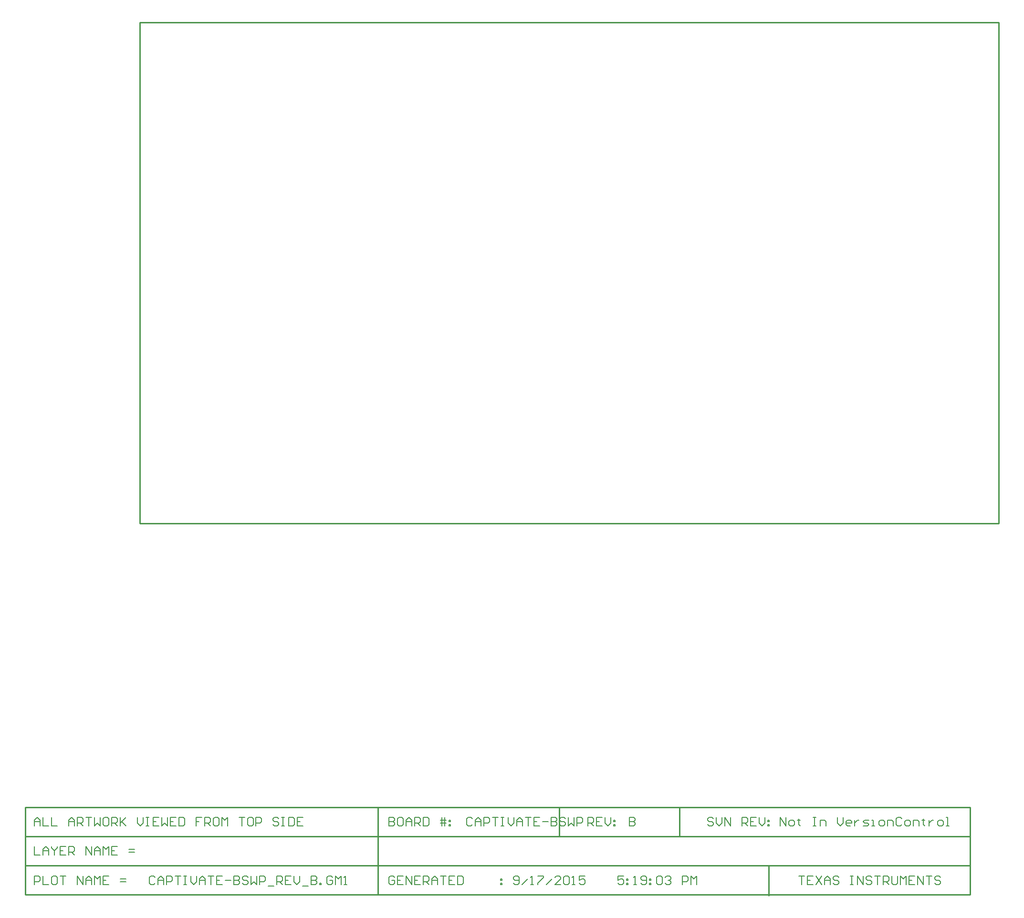
<source format=gm1>
%FSAX25Y25*%
%MOIN*%
G70*
G01*
G75*
G04 Layer_Color=7963671*
%ADD10C,0.00787*%
%ADD11C,0.03937*%
%ADD12C,0.00591*%
%ADD13C,0.00600*%
%ADD14C,0.00800*%
%ADD15C,0.01600*%
%ADD16C,0.01000*%
%ADD17C,0.06496*%
%ADD18R,0.06496X0.06496*%
%ADD19C,0.18110*%
%ADD20C,0.04000*%
%ADD21C,0.02500*%
%ADD22C,0.07874*%
%ADD23C,0.07096*%
%ADD24R,0.07096X0.07096*%
%ADD25C,0.18710*%
%ADD26C,0.00700*%
G54D14*
X0580500Y0052965D02*
X0584499D01*
X0582499D01*
Y0046966D01*
X0590497Y0052965D02*
X0586498D01*
Y0046966D01*
X0590497D01*
X0586498Y0049966D02*
X0588497D01*
X0592496Y0052965D02*
X0596495Y0046966D01*
Y0052965D02*
X0592496Y0046966D01*
X0598494D02*
Y0050965D01*
X0600493Y0052965D01*
X0602493Y0050965D01*
Y0046966D01*
Y0049966D01*
X0598494D01*
X0608491Y0051965D02*
X0607491Y0052965D01*
X0605492D01*
X0604492Y0051965D01*
Y0050965D01*
X0605492Y0049966D01*
X0607491D01*
X0608491Y0048966D01*
Y0047966D01*
X0607491Y0046966D01*
X0605492D01*
X0604492Y0047966D01*
X0616488Y0052965D02*
X0618488D01*
X0617488D01*
Y0046966D01*
X0616488D01*
X0618488D01*
X0621487D02*
Y0052965D01*
X0625486Y0046966D01*
Y0052965D01*
X0631484Y0051965D02*
X0630484Y0052965D01*
X0628484D01*
X0627485Y0051965D01*
Y0050965D01*
X0628484Y0049966D01*
X0630484D01*
X0631484Y0048966D01*
Y0047966D01*
X0630484Y0046966D01*
X0628484D01*
X0627485Y0047966D01*
X0633483Y0052965D02*
X0637482D01*
X0635482D01*
Y0046966D01*
X0639481D02*
Y0052965D01*
X0642480D01*
X0643480Y0051965D01*
Y0049966D01*
X0642480Y0048966D01*
X0639481D01*
X0641480D02*
X0643480Y0046966D01*
X0645479Y0052965D02*
Y0047966D01*
X0646479Y0046966D01*
X0648478D01*
X0649478Y0047966D01*
Y0052965D01*
X0651477Y0046966D02*
Y0052965D01*
X0653476Y0050965D01*
X0655476Y0052965D01*
Y0046966D01*
X0661474Y0052965D02*
X0657475D01*
Y0046966D01*
X0661474D01*
X0657475Y0049966D02*
X0659474D01*
X0663473Y0046966D02*
Y0052965D01*
X0667472Y0046966D01*
Y0052965D01*
X0669471D02*
X0673470D01*
X0671471D01*
Y0046966D01*
X0679468Y0051965D02*
X0678468Y0052965D01*
X0676469D01*
X0675469Y0051965D01*
Y0050965D01*
X0676469Y0049966D01*
X0678468D01*
X0679468Y0048966D01*
Y0047966D01*
X0678468Y0046966D01*
X0676469D01*
X0675469Y0047966D01*
X0458049Y0052965D02*
X0454050D01*
Y0049966D01*
X0456049Y0050965D01*
X0457049D01*
X0458049Y0049966D01*
Y0047966D01*
X0457049Y0046966D01*
X0455050D01*
X0454050Y0047966D01*
X0460048Y0050965D02*
X0461048D01*
Y0049966D01*
X0460048D01*
Y0050965D01*
Y0047966D02*
X0461048D01*
Y0046966D01*
X0460048D01*
Y0047966D01*
X0465046Y0046966D02*
X0467046D01*
X0466046D01*
Y0052965D01*
X0465046Y0051965D01*
X0470045Y0047966D02*
X0471044Y0046966D01*
X0473044D01*
X0474044Y0047966D01*
Y0051965D01*
X0473044Y0052965D01*
X0471044D01*
X0470045Y0051965D01*
Y0050965D01*
X0471044Y0049966D01*
X0474044D01*
X0476043Y0050965D02*
X0477043D01*
Y0049966D01*
X0476043D01*
Y0050965D01*
Y0047966D02*
X0477043D01*
Y0046966D01*
X0476043D01*
Y0047966D01*
X0481041Y0051965D02*
X0482041Y0052965D01*
X0484040D01*
X0485040Y0051965D01*
Y0047966D01*
X0484040Y0046966D01*
X0482041D01*
X0481041Y0047966D01*
Y0051965D01*
X0487039D02*
X0488039Y0052965D01*
X0490038D01*
X0491038Y0051965D01*
Y0050965D01*
X0490038Y0049966D01*
X0489039D01*
X0490038D01*
X0491038Y0048966D01*
Y0047966D01*
X0490038Y0046966D01*
X0488039D01*
X0487039Y0047966D01*
X0499035Y0046966D02*
Y0052965D01*
X0502035D01*
X0503034Y0051965D01*
Y0049966D01*
X0502035Y0048966D01*
X0499035D01*
X0505033Y0046966D02*
Y0052965D01*
X0507033Y0050965D01*
X0509032Y0052965D01*
Y0046966D01*
X0046350D02*
Y0052965D01*
X0049349D01*
X0050349Y0051965D01*
Y0049966D01*
X0049349Y0048966D01*
X0046350D01*
X0052348Y0052965D02*
Y0046966D01*
X0056347D01*
X0061345Y0052965D02*
X0059346D01*
X0058346Y0051965D01*
Y0047966D01*
X0059346Y0046966D01*
X0061345D01*
X0062345Y0047966D01*
Y0051965D01*
X0061345Y0052965D01*
X0064344D02*
X0068343D01*
X0066343D01*
Y0046966D01*
X0076340D02*
Y0052965D01*
X0080339Y0046966D01*
Y0052965D01*
X0082338Y0046966D02*
Y0050965D01*
X0084338Y0052965D01*
X0086337Y0050965D01*
Y0046966D01*
Y0049966D01*
X0082338D01*
X0088336Y0046966D02*
Y0052965D01*
X0090336Y0050965D01*
X0092335Y0052965D01*
Y0046966D01*
X0098333Y0052965D02*
X0094335D01*
Y0046966D01*
X0098333D01*
X0094335Y0049966D02*
X0096334D01*
X0106331Y0048966D02*
X0110329D01*
X0106331Y0050965D02*
X0110329D01*
X0046350Y0073549D02*
Y0067551D01*
X0050349D01*
X0052348D02*
Y0071549D01*
X0054347Y0073549D01*
X0056347Y0071549D01*
Y0067551D01*
Y0070550D01*
X0052348D01*
X0058346Y0073549D02*
Y0072549D01*
X0060346Y0070550D01*
X0062345Y0072549D01*
Y0073549D01*
X0060346Y0070550D02*
Y0067551D01*
X0068343Y0073549D02*
X0064344D01*
Y0067551D01*
X0068343D01*
X0064344Y0070550D02*
X0066343D01*
X0070342Y0067551D02*
Y0073549D01*
X0073341D01*
X0074341Y0072549D01*
Y0070550D01*
X0073341Y0069550D01*
X0070342D01*
X0072342D02*
X0074341Y0067551D01*
X0082338D02*
Y0073549D01*
X0086337Y0067551D01*
Y0073549D01*
X0088336Y0067551D02*
Y0071549D01*
X0090336Y0073549D01*
X0092335Y0071549D01*
Y0067551D01*
Y0070550D01*
X0088336D01*
X0094335Y0067551D02*
Y0073549D01*
X0096334Y0071549D01*
X0098333Y0073549D01*
Y0067551D01*
X0104331Y0073549D02*
X0100332D01*
Y0067551D01*
X0104331D01*
X0100332Y0070550D02*
X0102332D01*
X0112329Y0069550D02*
X0116327D01*
X0112329Y0071549D02*
X0116327D01*
X0294000Y0093831D02*
Y0087833D01*
X0296999D01*
X0297999Y0088833D01*
Y0089833D01*
X0296999Y0090832D01*
X0294000D01*
X0296999D01*
X0297999Y0091832D01*
Y0092832D01*
X0296999Y0093831D01*
X0294000D01*
X0302997D02*
X0300998D01*
X0299998Y0092832D01*
Y0088833D01*
X0300998Y0087833D01*
X0302997D01*
X0303997Y0088833D01*
Y0092832D01*
X0302997Y0093831D01*
X0305996Y0087833D02*
Y0091832D01*
X0307996Y0093831D01*
X0309995Y0091832D01*
Y0087833D01*
Y0090832D01*
X0305996D01*
X0311994Y0087833D02*
Y0093831D01*
X0314993D01*
X0315993Y0092832D01*
Y0090832D01*
X0314993Y0089833D01*
X0311994D01*
X0313994D02*
X0315993Y0087833D01*
X0317992Y0093831D02*
Y0087833D01*
X0320991D01*
X0321991Y0088833D01*
Y0092832D01*
X0320991Y0093831D01*
X0317992D01*
X0330988Y0087833D02*
Y0093831D01*
X0332987D02*
Y0087833D01*
X0329988Y0091832D02*
X0332987D01*
X0333987D01*
X0329988Y0089833D02*
X0333987D01*
X0335986Y0091832D02*
X0336986D01*
Y0090832D01*
X0335986D01*
Y0091832D01*
Y0088833D02*
X0336986D01*
Y0087833D01*
X0335986D01*
Y0088833D01*
X0352549Y0092832D02*
X0351549Y0093831D01*
X0349550D01*
X0348550Y0092832D01*
Y0088833D01*
X0349550Y0087833D01*
X0351549D01*
X0352549Y0088833D01*
X0354548Y0087833D02*
Y0091832D01*
X0356547Y0093831D01*
X0358547Y0091832D01*
Y0087833D01*
Y0090832D01*
X0354548D01*
X0360546Y0087833D02*
Y0093831D01*
X0363545D01*
X0364545Y0092832D01*
Y0090832D01*
X0363545Y0089833D01*
X0360546D01*
X0366544Y0093831D02*
X0370543D01*
X0368544D01*
Y0087833D01*
X0372542Y0093831D02*
X0374542D01*
X0373542D01*
Y0087833D01*
X0372542D01*
X0374542D01*
X0377541Y0093831D02*
Y0089833D01*
X0379540Y0087833D01*
X0381539Y0089833D01*
Y0093831D01*
X0383539Y0087833D02*
Y0091832D01*
X0385538Y0093831D01*
X0387537Y0091832D01*
Y0087833D01*
Y0090832D01*
X0383539D01*
X0389537Y0093831D02*
X0393535D01*
X0391536D01*
Y0087833D01*
X0399534Y0093831D02*
X0395535D01*
Y0087833D01*
X0399534D01*
X0395535Y0090832D02*
X0397534D01*
X0401533D02*
X0405532D01*
X0407531Y0093831D02*
Y0087833D01*
X0410530D01*
X0411530Y0088833D01*
Y0089833D01*
X0410530Y0090832D01*
X0407531D01*
X0410530D01*
X0411530Y0091832D01*
Y0092832D01*
X0410530Y0093831D01*
X0407531D01*
X0417528Y0092832D02*
X0416528Y0093831D01*
X0414529D01*
X0413529Y0092832D01*
Y0091832D01*
X0414529Y0090832D01*
X0416528D01*
X0417528Y0089833D01*
Y0088833D01*
X0416528Y0087833D01*
X0414529D01*
X0413529Y0088833D01*
X0419527Y0093831D02*
Y0087833D01*
X0421526Y0089833D01*
X0423526Y0087833D01*
Y0093831D01*
X0425525Y0087833D02*
Y0093831D01*
X0428524D01*
X0429524Y0092832D01*
Y0090832D01*
X0428524Y0089833D01*
X0425525D01*
X0462150Y0093831D02*
Y0087833D01*
X0465149D01*
X0466149Y0088833D01*
Y0089833D01*
X0465149Y0090832D01*
X0462150D01*
X0465149D01*
X0466149Y0091832D01*
Y0092832D01*
X0465149Y0093831D01*
X0462150D01*
X0046350Y0087833D02*
Y0091832D01*
X0048349Y0093831D01*
X0050349Y0091832D01*
Y0087833D01*
Y0090832D01*
X0046350D01*
X0052348Y0093831D02*
Y0087833D01*
X0056347D01*
X0058346Y0093831D02*
Y0087833D01*
X0062345D01*
X0070342D02*
Y0091832D01*
X0072342Y0093831D01*
X0074341Y0091832D01*
Y0087833D01*
Y0090832D01*
X0070342D01*
X0076340Y0087833D02*
Y0093831D01*
X0079339D01*
X0080339Y0092832D01*
Y0090832D01*
X0079339Y0089833D01*
X0076340D01*
X0078340D02*
X0080339Y0087833D01*
X0082338Y0093831D02*
X0086337D01*
X0084338D01*
Y0087833D01*
X0088336Y0093831D02*
Y0087833D01*
X0090336Y0089833D01*
X0092335Y0087833D01*
Y0093831D01*
X0097334D02*
X0095334D01*
X0094335Y0092832D01*
Y0088833D01*
X0095334Y0087833D01*
X0097334D01*
X0098333Y0088833D01*
Y0092832D01*
X0097334Y0093831D01*
X0100332Y0087833D02*
Y0093831D01*
X0103332D01*
X0104331Y0092832D01*
Y0090832D01*
X0103332Y0089833D01*
X0100332D01*
X0102332D02*
X0104331Y0087833D01*
X0106331Y0093831D02*
Y0087833D01*
Y0089833D01*
X0110329Y0093831D01*
X0107330Y0090832D01*
X0110329Y0087833D01*
X0118327Y0093831D02*
Y0089833D01*
X0120326Y0087833D01*
X0122325Y0089833D01*
Y0093831D01*
X0124325D02*
X0126324D01*
X0125324D01*
Y0087833D01*
X0124325D01*
X0126324D01*
X0133322Y0093831D02*
X0129323D01*
Y0087833D01*
X0133322D01*
X0129323Y0090832D02*
X0131323D01*
X0135321Y0093831D02*
Y0087833D01*
X0137321Y0089833D01*
X0139320Y0087833D01*
Y0093831D01*
X0145318D02*
X0141319D01*
Y0087833D01*
X0145318D01*
X0141319Y0090832D02*
X0143319D01*
X0147317Y0093831D02*
Y0087833D01*
X0150316D01*
X0151316Y0088833D01*
Y0092832D01*
X0150316Y0093831D01*
X0147317D01*
X0163312D02*
X0159313D01*
Y0090832D01*
X0161313D01*
X0159313D01*
Y0087833D01*
X0165312D02*
Y0093831D01*
X0168310D01*
X0169310Y0092832D01*
Y0090832D01*
X0168310Y0089833D01*
X0165312D01*
X0167311D02*
X0169310Y0087833D01*
X0174309Y0093831D02*
X0172309D01*
X0171310Y0092832D01*
Y0088833D01*
X0172309Y0087833D01*
X0174309D01*
X0175308Y0088833D01*
Y0092832D01*
X0174309Y0093831D01*
X0177308Y0087833D02*
Y0093831D01*
X0179307Y0091832D01*
X0181306Y0093831D01*
Y0087833D01*
X0189304Y0093831D02*
X0193303D01*
X0191303D01*
Y0087833D01*
X0198301Y0093831D02*
X0196301D01*
X0195302Y0092832D01*
Y0088833D01*
X0196301Y0087833D01*
X0198301D01*
X0199301Y0088833D01*
Y0092832D01*
X0198301Y0093831D01*
X0201300Y0087833D02*
Y0093831D01*
X0204299D01*
X0205299Y0092832D01*
Y0090832D01*
X0204299Y0089833D01*
X0201300D01*
X0217295Y0092832D02*
X0216295Y0093831D01*
X0214296D01*
X0213296Y0092832D01*
Y0091832D01*
X0214296Y0090832D01*
X0216295D01*
X0217295Y0089833D01*
Y0088833D01*
X0216295Y0087833D01*
X0214296D01*
X0213296Y0088833D01*
X0219294Y0093831D02*
X0221293D01*
X0220294D01*
Y0087833D01*
X0219294D01*
X0221293D01*
X0224292Y0093831D02*
Y0087833D01*
X0227291D01*
X0228291Y0088833D01*
Y0092832D01*
X0227291Y0093831D01*
X0224292D01*
X0234289D02*
X0230291D01*
Y0087833D01*
X0234289D01*
X0230291Y0090832D02*
X0232290D01*
X0298199Y0051965D02*
X0297199Y0052965D01*
X0295200D01*
X0294200Y0051965D01*
Y0047966D01*
X0295200Y0046966D01*
X0297199D01*
X0298199Y0047966D01*
Y0049966D01*
X0296199D01*
X0304197Y0052965D02*
X0300198D01*
Y0046966D01*
X0304197D01*
X0300198Y0049966D02*
X0302197D01*
X0306196Y0046966D02*
Y0052965D01*
X0310195Y0046966D01*
Y0052965D01*
X0316193D02*
X0312194D01*
Y0046966D01*
X0316193D01*
X0312194Y0049966D02*
X0314194D01*
X0318192Y0046966D02*
Y0052965D01*
X0321191D01*
X0322191Y0051965D01*
Y0049966D01*
X0321191Y0048966D01*
X0318192D01*
X0320192D02*
X0322191Y0046966D01*
X0324190D02*
Y0050965D01*
X0326190Y0052965D01*
X0328189Y0050965D01*
Y0046966D01*
Y0049966D01*
X0324190D01*
X0330188Y0052965D02*
X0334187D01*
X0332188D01*
Y0046966D01*
X0340185Y0052965D02*
X0336186D01*
Y0046966D01*
X0340185D01*
X0336186Y0049966D02*
X0338186D01*
X0342184Y0052965D02*
Y0046966D01*
X0345183D01*
X0346183Y0047966D01*
Y0051965D01*
X0345183Y0052965D01*
X0342184D01*
X0372175Y0050965D02*
X0373175D01*
Y0049966D01*
X0372175D01*
Y0050965D01*
Y0047966D02*
X0373175D01*
Y0046966D01*
X0372175D01*
Y0047966D01*
X0381150D02*
X0382150Y0046966D01*
X0384149D01*
X0385149Y0047966D01*
Y0051965D01*
X0384149Y0052965D01*
X0382150D01*
X0381150Y0051965D01*
Y0050965D01*
X0382150Y0049966D01*
X0385149D01*
X0387148Y0046966D02*
X0391147Y0050965D01*
X0393146Y0046966D02*
X0395146D01*
X0394146D01*
Y0052965D01*
X0393146Y0051965D01*
X0398145Y0052965D02*
X0402143D01*
Y0051965D01*
X0398145Y0047966D01*
Y0046966D01*
X0404143D02*
X0408141Y0050965D01*
X0414139Y0046966D02*
X0410141D01*
X0414139Y0050965D01*
Y0051965D01*
X0413140Y0052965D01*
X0411140D01*
X0410141Y0051965D01*
X0416139D02*
X0417138Y0052965D01*
X0419138D01*
X0420137Y0051965D01*
Y0047966D01*
X0419138Y0046966D01*
X0417138D01*
X0416139Y0047966D01*
Y0051965D01*
X0422137Y0046966D02*
X0424136D01*
X0423136D01*
Y0052965D01*
X0422137Y0051965D01*
X0431134Y0052965D02*
X0427135D01*
Y0049966D01*
X0429135Y0050965D01*
X0430134D01*
X0431134Y0049966D01*
Y0047966D01*
X0430134Y0046966D01*
X0428135D01*
X0427135Y0047966D01*
X0130899Y0051965D02*
X0129899Y0052965D01*
X0127900D01*
X0126900Y0051965D01*
Y0047966D01*
X0127900Y0046966D01*
X0129899D01*
X0130899Y0047966D01*
X0132898Y0046966D02*
Y0050965D01*
X0134897Y0052965D01*
X0136897Y0050965D01*
Y0046966D01*
Y0049966D01*
X0132898D01*
X0138896Y0046966D02*
Y0052965D01*
X0141895D01*
X0142895Y0051965D01*
Y0049966D01*
X0141895Y0048966D01*
X0138896D01*
X0144894Y0052965D02*
X0148893D01*
X0146894D01*
Y0046966D01*
X0150892Y0052965D02*
X0152892D01*
X0151892D01*
Y0046966D01*
X0150892D01*
X0152892D01*
X0155891Y0052965D02*
Y0048966D01*
X0157890Y0046966D01*
X0159889Y0048966D01*
Y0052965D01*
X0161889Y0046966D02*
Y0050965D01*
X0163888Y0052965D01*
X0165887Y0050965D01*
Y0046966D01*
Y0049966D01*
X0161889D01*
X0167887Y0052965D02*
X0171885D01*
X0169886D01*
Y0046966D01*
X0177884Y0052965D02*
X0173885D01*
Y0046966D01*
X0177884D01*
X0173885Y0049966D02*
X0175884D01*
X0179883D02*
X0183882D01*
X0185881Y0052965D02*
Y0046966D01*
X0188880D01*
X0189880Y0047966D01*
Y0048966D01*
X0188880Y0049966D01*
X0185881D01*
X0188880D01*
X0189880Y0050965D01*
Y0051965D01*
X0188880Y0052965D01*
X0185881D01*
X0195878Y0051965D02*
X0194878Y0052965D01*
X0192879D01*
X0191879Y0051965D01*
Y0050965D01*
X0192879Y0049966D01*
X0194878D01*
X0195878Y0048966D01*
Y0047966D01*
X0194878Y0046966D01*
X0192879D01*
X0191879Y0047966D01*
X0197877Y0052965D02*
Y0046966D01*
X0199876Y0048966D01*
X0201876Y0046966D01*
Y0052965D01*
X0203875Y0046966D02*
Y0052965D01*
X0206874D01*
X0207874Y0051965D01*
Y0049966D01*
X0206874Y0048966D01*
X0203875D01*
X0209873Y0045967D02*
X0213872D01*
X0215871Y0046966D02*
Y0052965D01*
X0218870D01*
X0219870Y0051965D01*
Y0049966D01*
X0218870Y0048966D01*
X0215871D01*
X0217871D02*
X0219870Y0046966D01*
X0225868Y0052965D02*
X0221869D01*
Y0046966D01*
X0225868D01*
X0221869Y0049966D02*
X0223869D01*
X0227867Y0052965D02*
Y0048966D01*
X0229867Y0046966D01*
X0231866Y0048966D01*
Y0052965D01*
X0233865Y0045967D02*
X0237864D01*
X0239863Y0052965D02*
Y0046966D01*
X0242863D01*
X0243862Y0047966D01*
Y0048966D01*
X0242863Y0049966D01*
X0239863D01*
X0242863D01*
X0243862Y0050965D01*
Y0051965D01*
X0242863Y0052965D01*
X0239863D01*
X0245862Y0046966D02*
Y0047966D01*
X0246861D01*
Y0046966D01*
X0245862D01*
X0254859Y0051965D02*
X0253859Y0052965D01*
X0251860D01*
X0250860Y0051965D01*
Y0047966D01*
X0251860Y0046966D01*
X0253859D01*
X0254859Y0047966D01*
Y0049966D01*
X0252859D01*
X0256858Y0046966D02*
Y0052965D01*
X0258857Y0050965D01*
X0260857Y0052965D01*
Y0046966D01*
X0262856D02*
X0264855D01*
X0263856D01*
Y0052965D01*
X0262856Y0051965D01*
X0433000Y0087833D02*
Y0093831D01*
X0435999D01*
X0436999Y0092832D01*
Y0090832D01*
X0435999Y0089833D01*
X0433000D01*
X0434999D02*
X0436999Y0087833D01*
X0442997Y0093831D02*
X0438998D01*
Y0087833D01*
X0442997D01*
X0438998Y0090832D02*
X0440997D01*
X0444996Y0093831D02*
Y0089833D01*
X0446995Y0087833D01*
X0448995Y0089833D01*
Y0093831D01*
X0450994Y0091832D02*
X0451994D01*
Y0090832D01*
X0450994D01*
Y0091832D01*
Y0088833D02*
X0451994D01*
Y0087833D01*
X0450994D01*
Y0088833D01*
X0520799Y0092832D02*
X0519799Y0093831D01*
X0517800D01*
X0516800Y0092832D01*
Y0091832D01*
X0517800Y0090832D01*
X0519799D01*
X0520799Y0089833D01*
Y0088833D01*
X0519799Y0087833D01*
X0517800D01*
X0516800Y0088833D01*
X0522798Y0093831D02*
Y0089833D01*
X0524797Y0087833D01*
X0526797Y0089833D01*
Y0093831D01*
X0528796Y0087833D02*
Y0093831D01*
X0532795Y0087833D01*
Y0093831D01*
X0540792Y0087833D02*
Y0093831D01*
X0543791D01*
X0544791Y0092832D01*
Y0090832D01*
X0543791Y0089833D01*
X0540792D01*
X0542792D02*
X0544791Y0087833D01*
X0550789Y0093831D02*
X0546790D01*
Y0087833D01*
X0550789D01*
X0546790Y0090832D02*
X0548790D01*
X0552788Y0093831D02*
Y0089833D01*
X0554788Y0087833D01*
X0556787Y0089833D01*
Y0093831D01*
X0558786Y0091832D02*
X0559786D01*
Y0090832D01*
X0558786D01*
Y0091832D01*
Y0088833D02*
X0559786D01*
Y0087833D01*
X0558786D01*
Y0088833D01*
X0567400Y0087833D02*
Y0093831D01*
X0571399Y0087833D01*
Y0093831D01*
X0574398Y0087833D02*
X0576397D01*
X0577397Y0088833D01*
Y0090832D01*
X0576397Y0091832D01*
X0574398D01*
X0573398Y0090832D01*
Y0088833D01*
X0574398Y0087833D01*
X0580396Y0092832D02*
Y0091832D01*
X0579396D01*
X0581395D01*
X0580396D01*
Y0088833D01*
X0581395Y0087833D01*
X0590393Y0093831D02*
X0592392D01*
X0591392D01*
Y0087833D01*
X0590393D01*
X0592392D01*
X0595391D02*
Y0091832D01*
X0598390D01*
X0599390Y0090832D01*
Y0087833D01*
X0607387Y0093831D02*
Y0089833D01*
X0609386Y0087833D01*
X0611386Y0089833D01*
Y0093831D01*
X0616384Y0087833D02*
X0614385D01*
X0613385Y0088833D01*
Y0090832D01*
X0614385Y0091832D01*
X0616384D01*
X0617384Y0090832D01*
Y0089833D01*
X0613385D01*
X0619383Y0091832D02*
Y0087833D01*
Y0089833D01*
X0620383Y0090832D01*
X0621383Y0091832D01*
X0622382D01*
X0625381Y0087833D02*
X0628380D01*
X0629380Y0088833D01*
X0628380Y0089833D01*
X0626381D01*
X0625381Y0090832D01*
X0626381Y0091832D01*
X0629380D01*
X0631379Y0087833D02*
X0633379D01*
X0632379D01*
Y0091832D01*
X0631379D01*
X0637377Y0087833D02*
X0639377D01*
X0640376Y0088833D01*
Y0090832D01*
X0639377Y0091832D01*
X0637377D01*
X0636378Y0090832D01*
Y0088833D01*
X0637377Y0087833D01*
X0642376D02*
Y0091832D01*
X0645375D01*
X0646374Y0090832D01*
Y0087833D01*
X0652373Y0092832D02*
X0651373Y0093831D01*
X0649373D01*
X0648374Y0092832D01*
Y0088833D01*
X0649373Y0087833D01*
X0651373D01*
X0652373Y0088833D01*
X0655372Y0087833D02*
X0657371D01*
X0658371Y0088833D01*
Y0090832D01*
X0657371Y0091832D01*
X0655372D01*
X0654372Y0090832D01*
Y0088833D01*
X0655372Y0087833D01*
X0660370D02*
Y0091832D01*
X0663369D01*
X0664369Y0090832D01*
Y0087833D01*
X0667368Y0092832D02*
Y0091832D01*
X0666368D01*
X0668367D01*
X0667368D01*
Y0088833D01*
X0668367Y0087833D01*
X0671366Y0091832D02*
Y0087833D01*
Y0089833D01*
X0672366Y0090832D01*
X0673366Y0091832D01*
X0674365D01*
X0678364Y0087833D02*
X0680364D01*
X0681363Y0088833D01*
Y0090832D01*
X0680364Y0091832D01*
X0678364D01*
X0677364Y0090832D01*
Y0088833D01*
X0678364Y0087833D01*
X0683362D02*
X0685362D01*
X0684362D01*
Y0093831D01*
X0683362D01*
G54D16*
X0120200Y0299400D02*
Y0649400D01*
X0720200Y0299400D02*
Y0649400D01*
X0120200Y0299400D02*
X0720200D01*
X0120200Y0649400D02*
X0720200D01*
X0559400Y0039400D02*
Y0059683D01*
X0440500Y0040050D02*
X0700200D01*
Y0101050D01*
X0286500Y0040050D02*
Y0101050D01*
X0040000Y0040050D02*
Y0101050D01*
X0040050Y0040050D02*
X0197600D01*
X0040050D02*
Y0101050D01*
Y0101050D02*
X0700200D01*
X0040000Y0040050D02*
X0440500D01*
X0040000Y0060383D02*
X0700000D01*
X0040000Y0080717D02*
X0700200D01*
X0413200D02*
Y0101050D01*
X0497200Y0080717D02*
Y0101050D01*
M02*

</source>
